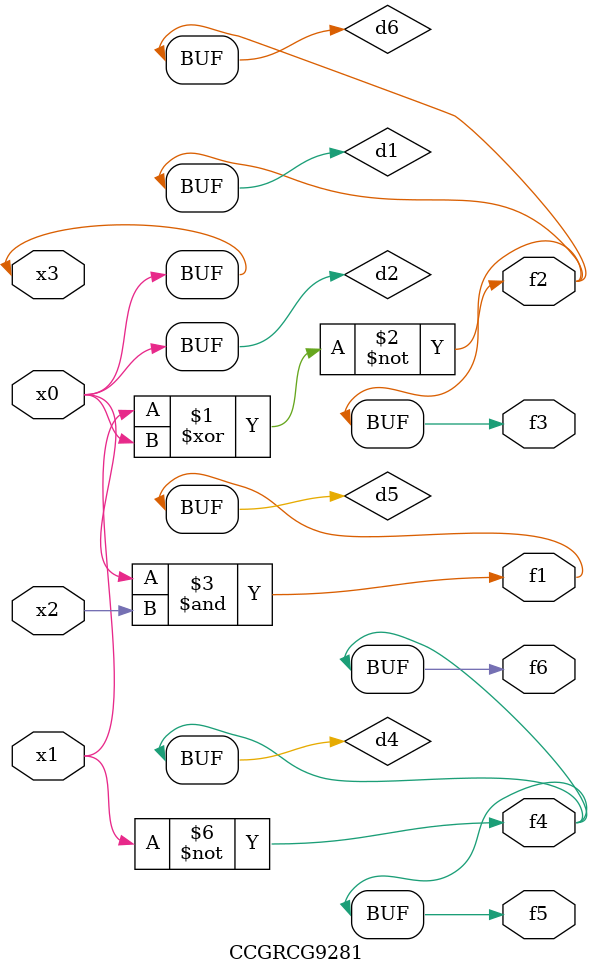
<source format=v>
module CCGRCG9281(
	input x0, x1, x2, x3,
	output f1, f2, f3, f4, f5, f6
);

	wire d1, d2, d3, d4, d5, d6;

	xnor (d1, x1, x3);
	buf (d2, x0, x3);
	nand (d3, x0, x2);
	not (d4, x1);
	nand (d5, d3);
	or (d6, d1);
	assign f1 = d5;
	assign f2 = d6;
	assign f3 = d6;
	assign f4 = d4;
	assign f5 = d4;
	assign f6 = d4;
endmodule

</source>
